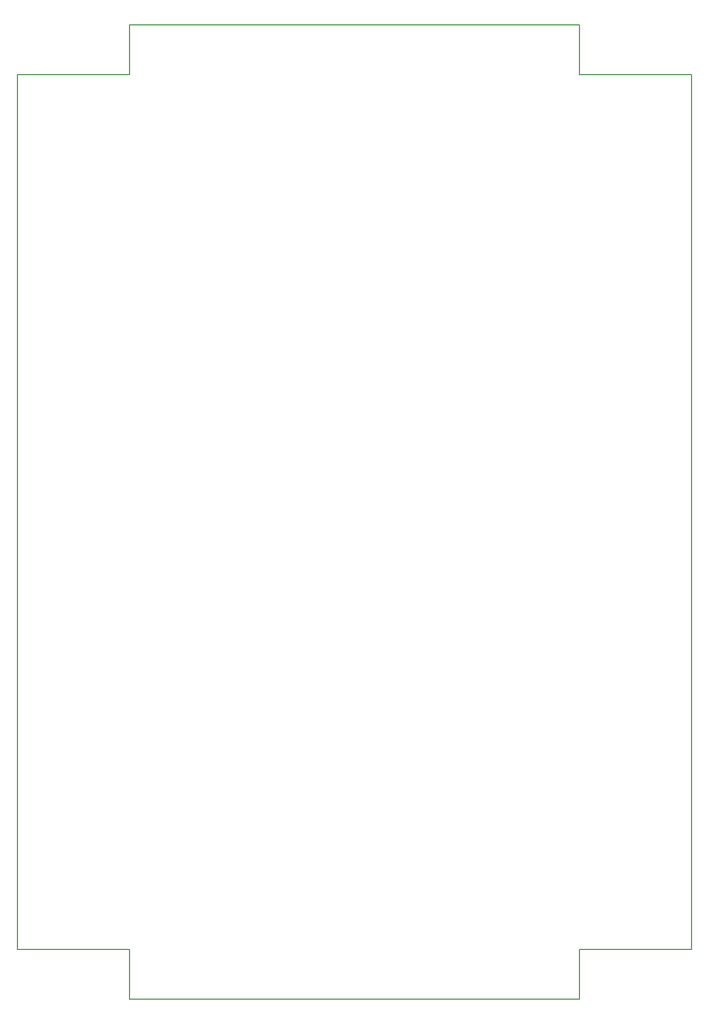
<source format=gbr>
G04 DipTrace 2.2.0.9*
%INBoardOutline.gbr*%
%MOIN*%
%ADD11C,0.0055*%
%FSLAX44Y44*%
%SFA1B1*%
%OFA0B0*%
G04*
G70*
G90*
G75*
G01*
%LNBoardOutline*%
%LPD*%
X3937Y7087D2*
D11*
X11024D1*
Y3937D1*
X39370D1*
Y7087D1*
X46457D1*
Y62205D1*
X39370D1*
Y65354D1*
X11024D1*
Y62205D1*
X3937D1*
Y7087D1*
M02*

</source>
